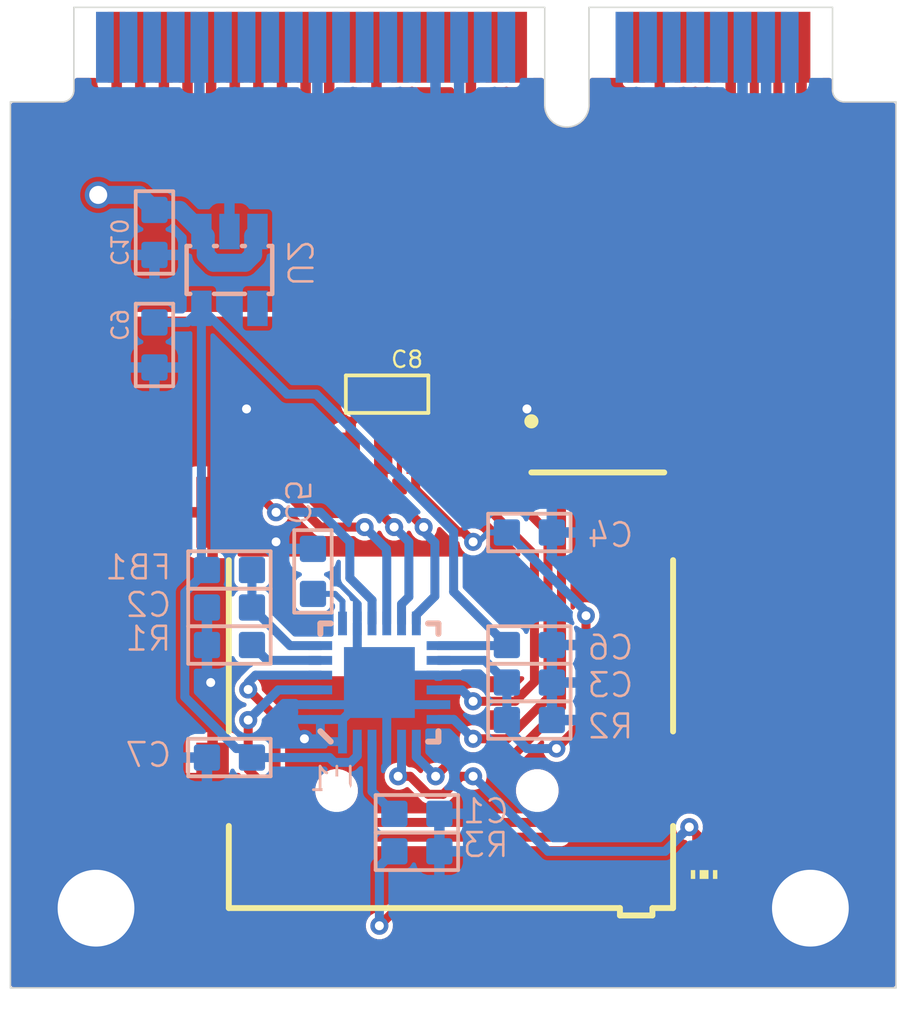
<source format=kicad_pcb>
(kicad_pcb (version 20241229) (generator "pcbnew") (generator_version "9.0")
  (layers (0 "F.Cu" signal) (2 "B.Cu" signal) (13 "F.Paste" user) (15 "B.Paste" user) (5 "F.SilkS" user "F.Silkscreen") (7 "B.SilkS" user "B.Silkscreen") (1 "F.Mask" user) (3 "B.Mask" user) (25 "Edge.Cuts" user))
  (net 0 "")
  (net 1 "Net-(U1-GPIO3)")
  (net 2 "USB_N")
  (net 3 "USB_P")
  (net 4 "GND")
  (net 5 "VDD33")
  (net 6 "Net-(U1-AVDD)")
  (net 7 "Net-(U1-~{RESET})")
  (net 8 "Net-(U$1A-COM_VDD@33)")
  (net 9 "Net-(D1-PadC)")
  (net 10 "Net-(U1-LED)")
  (net 11 "SD_VDD")
  (net 12 "SD_D2")
  (net 13 "SD_D3")
  (net 14 "SD_CMD")
  (net 15 "SD_CLK")
  (net 16 "SD_D0")
  (net 17 "SD_D1")
  (net 18 "Net-(U1-RREF)")
  (net 39 "SD_CD")
  (footprint "Footprints:GCT_MEM2075-00-140-01-A" (layer "F.Cu") (at 147.95 114.92)
    (property "Reference" "J1" (hide yes))
    (property "Value" "MEM2075-00-140-01-A")
    (fp_line (start -7.05 -2) (end -7.05 -7.8) (stroke (width 0.2)) (layer "F.SilkS"))
    (fp_line (start -7.05 3.98) (end -7.05 1.2) (stroke (width 0.2)) (layer "F.SilkS"))
    (fp_line (start -7.05 3.98) (end 6.2 3.98) (stroke (width 0.2)) (layer "F.SilkS"))
    (fp_line (start 3.2 -10.77) (end 7.7 -10.77) (stroke (width 0.2)) (layer "F.SilkS"))
    (fp_line (start 6.2 3.98) (end 6.2 4.23) (stroke (width 0.2)) (layer "F.SilkS"))
    (fp_line (start 6.2 4.23) (end 7.3 4.23) (stroke (width 0.2)) (layer "F.SilkS"))
    (fp_line (start 7.3 3.98) (end 8 3.98) (stroke (width 0.2)) (layer "F.SilkS"))
    (fp_line (start 7.3 4.23) (end 7.3 3.98) (stroke (width 0.2)) (layer "F.SilkS"))
    (fp_line (start 8 -2) (end 8 -7.8) (stroke (width 0.2)) (layer "F.SilkS"))
    (fp_line (start 8 3.98) (end 8 1.2) (stroke (width 0.2)) (layer "F.SilkS"))
    (fp_circle (center 3.2 -12.5) (end 3.32 -12.5) (stroke (width 0.24)) (fill no) (layer "F.SilkS"))
    (pad "" np_thru_hole circle (at -3.4 0) (size 0.95 0.95) (drill 0.95) (layers "*.Cu" "*.Mask"))
    (pad "" np_thru_hole circle (at 3.4 0) (size 0.95 0.95) (drill 0.95) (layers "*.Cu" "*.Mask"))
    (pad "P1" smd rect (at 2.58 -11.42) (size 0.62 1.4) (layers "F.Cu" "F.Mask" "F.Paste") (net 12 "SD_D2"))
    (pad "P2" smd rect (at 1.48 -11.42) (size 0.62 1.4) (layers "F.Cu" "F.Mask" "F.Paste") (net 13 "SD_D3"))
    (pad "P3" smd rect (at 0.38 -11.42) (size 0.62 1.4) (layers "F.Cu" "F.Mask" "F.Paste") (net 14 "SD_CMD"))
    (pad "P4" smd rect (at -0.72 -11.42) (size 0.62 1.4) (layers "F.Cu" "F.Mask" "F.Paste") (net 11 "SD_VDD"))
    (pad "P5" smd rect (at -1.82 -11.42) (size 0.62 1.4) (layers "F.Cu" "F.Mask" "F.Paste") (net 15 "SD_CLK"))
    (pad "P6" smd rect (at -2.92 -11.42) (size 0.62 1.4) (layers "F.Cu" "F.Mask" "F.Paste") (net 4 "GND"))
    (pad "P7" smd rect (at -4.02 -11.42) (size 0.62 1.4) (layers "F.Cu" "F.Mask" "F.Paste") (net 16 "SD_D0"))
    (pad "P8" smd rect (at -5.12 -11.42) (size 0.62 1.4) (layers "F.Cu" "F.Mask" "F.Paste") (net 17 "SD_D1"))
    (pad "P9" smd rect (at -6.22 -11.42) (size 0.62 1.4) (layers "F.Cu" "F.Mask" "F.Paste") (net 39 "SD_CD"))
    (pad "SH1" smd rect (at -7.6 -0.42) (size 1.1 2.4) (layers "F.Cu" "F.Mask" "F.Paste") (net 4 "GND"))
    (pad "SH2" smd rect (at -7.6 -9.42) (size 1.1 2.4) (layers "F.Cu" "F.Mask" "F.Paste") (net 4 "GND"))
    (pad "SH3" smd rect (at 8.55 -9.42) (size 1.1 2.4) (layers "F.Cu" "F.Mask" "F.Paste") (net 4 "GND"))
    (pad "SH4" smd rect (at 8.55 -0.42) (size 1.1 2.4) (layers "F.Cu" "F.Mask" "F.Paste") (net 4 "GND"))
    (zone (net 0) (net_name "") (layer "F.Cu") (connect_pads (clearance 0)) (min_thickness 0.01)
      (keepout (tracks not_allowed) (vias not_allowed) (pads not_allowed) (copperpour not_allowed) (footprints allowed))
      (fill (thermal_gap 0.508) (thermal_bridge_width 0.508))
      (polygon (pts (xy 140.9 107) (xy 151.1 107) (xy 151.1 111.05) (xy 140.9 111.05)))
    )
  )
  (footprint "Footprints:VITA-MINI-PCI-E" (layer "F.Cu") (at 152.3511 88.4036 180)
    (property "Reference" "U$1" (hide yes))
    (property "Value" "VITA-CUSTOM" (hide yes))
    (fp_line (start 18.85 -3.2) (end 18.85 -33.2) (stroke (width 0.05)) (layer "Edge.Cuts"))
    (fp_line (start 18.85 -3.2) (end 17.1 -3.2) (stroke (width 0.05)) (layer "Edge.Cuts"))
    (fp_line (start 16.7 0) (end 16.7 -2.8) (stroke (width 0.05)) (layer "Edge.Cuts"))
    (fp_line (start 0.75 0) (end 16.7 0) (stroke (width 0.05)) (layer "Edge.Cuts"))
    (fp_line (start 0.75 0) (end 0.75 -3.3) (stroke (width 0.05)) (layer "Edge.Cuts"))
    (fp_line (start -0.75 0) (end -0.75 -3.3) (stroke (width 0.05)) (layer "Edge.Cuts"))
    (fp_line (start -0.75 0) (end -9 0) (stroke (width 0.05)) (layer "Edge.Cuts"))
    (fp_line (start -9 0) (end -9 -2.8) (stroke (width 0.05)) (layer "Edge.Cuts"))
    (fp_line (start -11.15 -3.2) (end -9.4 -3.2) (stroke (width 0.05)) (layer "Edge.Cuts"))
    (fp_line (start -11.15 -3.2) (end -11.15 -33.2) (stroke (width 0.05)) (layer "Edge.Cuts"))
    (fp_line (start -11.15 -33.2) (end 18.85 -33.2) (stroke (width 0.05)) (layer "Edge.Cuts"))
    (fp_arc (start 16.7 -2.8) (mid 16.817157 -3.082843) (end 17.1 -3.2) (stroke (width 0.05)) (layer "Edge.Cuts"))
    (fp_arc (start -0.75 -3.3) (mid 0 -4.05) (end 0.75 -3.3) (stroke (width 0.05)) (layer "Edge.Cuts"))
    (fp_arc (start -9.4 -3.2) (mid -9.117157 -3.082843) (end -9 -2.8) (stroke (width 0.05)) (layer "Edge.Cuts"))
    (pad "1" smd rect (at -7.95 -1.35 180) (size 0.6 2.4) (layers "F.Cu" "F.Mask" "F.Paste") (net 4 "GND"))
    (pad "2" smd rect (at -7.55 -1.35) (size 0.6 2.4) (layers "B.Cu" "B.Mask" "B.Paste") (net 4 "GND"))
    (pad "3" smd rect (at -7.15 -1.35 180) (size 0.6 2.4) (layers "F.Cu" "F.Mask" "F.Paste") (net 2 "USB_N"))
    (pad "4" smd rect (at -6.75 -1.35) (size 0.6 2.4) (layers "B.Cu" "B.Mask" "B.Paste") (net 4 "GND"))
    (pad "5" smd rect (at -6.35 -1.35 180) (size 0.6 2.4) (layers "F.Cu" "F.Mask" "F.Paste") (net 3 "USB_P"))
    (pad "6" smd rect (at -5.95 -1.35) (size 0.6 2.4) (layers "B.Cu" "B.Mask" "B.Paste") (net 4 "GND"))
    (pad "7" smd rect (at -5.55 -1.35 180) (size 0.6 2.4) (layers "F.Cu" "F.Mask" "F.Paste") (net 4 "GND"))
    (pad "8" smd rect (at -5.15 -1.35) (size 0.6 2.4) (layers "B.Cu" "B.Mask" "B.Paste"))
    (pad "9" smd rect (at -4.75 -1.35 180) (size 0.6 2.4) (layers "F.Cu" "F.Mask" "F.Paste"))
    (pad "10" smd rect (at -4.35 -1.35) (size 0.6 2.4) (layers "B.Cu" "B.Mask" "B.Paste"))
    (pad "11" smd rect (at -3.95 -1.35 180) (size 0.6 2.4) (layers "F.Cu" "F.Mask" "F.Paste"))
    (pad "12" smd rect (at -3.55 -1.35) (size 0.6 2.4) (layers "B.Cu" "B.Mask" "B.Paste"))
    (pad "13" smd rect (at -3.15 -1.35 180) (size 0.6 2.4) (layers "F.Cu" "F.Mask" "F.Paste") (net 4 "GND"))
    (pad "14" smd rect (at -2.75 -1.35) (size 0.6 2.4) (layers "B.Cu" "B.Mask" "B.Paste"))
    (pad "15" smd rect (at -2.35 -1.35 180) (size 0.6 2.4) (layers "F.Cu" "F.Mask" "F.Paste"))
    (pad "16" smd rect (at -1.95 -1.35) (size 0.6 2.4) (layers "B.Cu" "B.Mask" "B.Paste"))
    (pad "17" smd rect (at 1.65 -1.35 180) (size 0.6 2.4) (layers "F.Cu" "F.Mask" "F.Paste"))
    (pad "18" smd rect (at 2.05 -1.35) (size 0.6 2.4) (layers "B.Cu" "B.Mask" "B.Paste"))
    (pad "19" smd rect (at 2.45 -1.35 180) (size 0.6 2.4) (layers "F.Cu" "F.Mask" "F.Paste"))
    (pad "20" smd rect (at 2.85 -1.35) (size 0.6 2.4) (layers "B.Cu" "B.Mask" "B.Paste"))
    (pad "21" smd rect (at 3.25 -1.35 180) (size 0.6 2.4) (layers "F.Cu" "F.Mask" "F.Paste") (net 4 "GND"))
    (pad "22" smd rect (at 3.65 -1.35) (size 0.6 2.4) (layers "B.Cu" "B.Mask" "B.Paste") (net 4 "GND"))
    (pad "23" smd rect (at 4.05 -1.35 180) (size 0.6 2.4) (layers "F.Cu" "F.Mask" "F.Paste"))
    (pad "24" smd rect (at 4.45 -1.35) (size 0.6 2.4) (layers "B.Cu" "B.Mask" "B.Paste") (net 4 "GND"))
    (pad "25" smd rect (at 4.85 -1.35 180) (size 0.6 2.4) (layers "F.Cu" "F.Mask" "F.Paste"))
    (pad "26" smd rect (at 5.25 -1.35) (size 0.6 2.4) (layers "B.Cu" "B.Mask" "B.Paste"))
    (pad "27" smd rect (at 5.65 -1.35 180) (size 0.6 2.4) (layers "F.Cu" "F.Mask" "F.Paste"))
    (pad "28" smd rect (at 6.05 -1.35) (size 0.6 2.4) (layers "B.Cu" "B.Mask" "B.Paste"))
    (pad "29" smd rect (at 6.45 -1.35 180) (size 0.6 2.4) (layers "F.Cu" "F.Mask" "F.Paste") (net 4 "GND"))
    (pad "30" smd rect (at 6.85 -1.35) (size 0.6 2.4) (layers "B.Cu" "B.Mask" "B.Paste"))
    (pad "31" smd rect (at 7.25 -1.35 180) (size 0.6 2.4) (layers "F.Cu" "F.Mask" "F.Paste"))
    (pad "32" smd rect (at 7.65 -1.35) (size 0.6 2.4) (layers "B.Cu" "B.Mask" "B.Paste"))
    (pad "33" smd rect (at 8.05 -1.35 180) (size 0.6 2.4) (layers "F.Cu" "F.Mask" "F.Paste") (net 8 "Net-(U$1A-COM_VDD@33)"))
    (pad "34" smd rect (at 8.45 -1.35) (size 0.6 2.4) (layers "B.Cu" "B.Mask" "B.Paste") (net 4 "GND"))
    (pad "35" smd rect (at 8.85 -1.35 180) (size 0.6 2.4) (layers "F.Cu" "F.Mask" "F.Paste") (net 8 "Net-(U$1A-COM_VDD@33)"))
    (pad "36" smd rect (at 9.25 -1.35) (size 0.6 2.4) (layers "B.Cu" "B.Mask" "B.Paste"))
    (pad "37" smd rect (at 9.65 -1.35 180) (size 0.6 2.4) (layers "F.Cu" "F.Mask" "F.Paste") (net 8 "Net-(U$1A-COM_VDD@33)"))
    (pad "38" smd rect (at 10.05 -1.35) (size 0.6 2.4) (layers "B.Cu" "B.Mask" "B.Paste"))
    (pad "39" smd rect (at 10.45 -1.35 180) (size 0.6 2.4) (layers "F.Cu" "F.Mask" "F.Paste") (net 8 "Net-(U$1A-COM_VDD@33)"))
    (pad "40" smd rect (at 10.85 -1.35) (size 0.6 2.4) (layers "B.Cu" "B.Mask" "B.Paste"))
    (pad "41" smd rect (at 11.25 -1.35 180) (size 0.6 2.4) (layers "F.Cu" "F.Mask" "F.Paste") (net 8 "Net-(U$1A-COM_VDD@33)"))
    (pad "42" smd rect (at 11.65 -1.35) (size 0.6 2.4) (layers "B.Cu" "B.Mask" "B.Paste"))
    (pad "43" smd rect (at 12.05 -1.35 180) (size 0.6 2.4) (layers "F.Cu" "F.Mask" "F.Paste") (net 8 "Net-(U$1A-COM_VDD@33)"))
    (pad "44" smd rect (at 12.45 -1.35) (size 0.6 2.4) (layers "B.Cu" "B.Mask" "B.Paste") (net 4 "GND"))
    (pad "45" smd rect (at 12.85 -1.35 180) (size 0.6 2.4) (layers "F.Cu" "F.Mask" "F.Paste") (net 8 "Net-(U$1A-COM_VDD@33)"))
    (pad "46" smd rect (at 13.25 -1.35) (size 0.6 2.4) (layers "B.Cu" "B.Mask" "B.Paste"))
    (pad "47" smd rect (at 13.65 -1.35 180) (size 0.6 2.4) (layers "F.Cu" "F.Mask" "F.Paste") (net 8 "Net-(U$1A-COM_VDD@33)"))
    (pad "48" smd rect (at 14.05 -1.35) (size 0.6 2.4) (layers "B.Cu" "B.Mask" "B.Paste"))
    (pad "49" smd rect (at 14.45 -1.35 180) (size 0.6 2.4) (layers "F.Cu" "F.Mask" "F.Paste") (net 8 "Net-(U$1A-COM_VDD@33)"))
    (pad "50" smd rect (at 14.85 -1.35) (size 0.6 2.4) (layers "B.Cu" "B.Mask" "B.Paste"))
    (pad "51" smd rect (at 15.25 -1.35 180) (size 0.6 2.4) (layers "F.Cu" "F.Mask" "F.Paste") (net 8 "Net-(U$1A-COM_VDD@33)"))
    (pad "52" smd rect (at 15.65 -1.35) (size 0.6 2.4) (layers "B.Cu" "B.Mask" "B.Paste"))
    (pad "GND@1" thru_hole rect (at -8.25 -30.5 180) (size 4.8 4.8) (drill 2.6) (layers "*.Cu" "*.Mask") (net 4 "GND"))
    (pad "GND@2" thru_hole rect (at 15.95 -30.5 180) (size 4.8 4.8) (drill 2.6) (layers "*.Cu" "*.Mask") (net 4 "GND"))
  )
  (footprint "Footprints:CHIP-LED0603_259" (layer "F.Cu") (at 157 117.6136 180)
    (property "Reference" "D1" (hide yes))
    (property "Value" "BLUE")
    (fp_poly (pts (xy 0.3 0) (xy 0.45 0) (xy 0.45 -0.3) (xy 0.3 -0.3)) (fill yes) (layer "F.SilkS"))
    (fp_poly (pts (xy -0.15 0) (xy 0.15 0) (xy 0.15 -0.3) (xy -0.15 -0.3)) (fill yes) (layer "F.SilkS"))
    (fp_poly (pts (xy -0.45 0) (xy -0.3 0) (xy -0.3 -0.3) (xy -0.45 -0.3)) (fill yes) (layer "F.SilkS"))
    (pad "A" smd rect (at 0 0.75 180) (size 0.8 0.8) (layers "F.Cu" "F.Mask" "F.Paste") (net 10 "Net-(U1-LED)"))
    (pad "C" smd rect (at 0 -0.75 180) (size 0.8 0.8) (layers "F.Cu" "F.Mask" "F.Paste") (net 9 "Net-(D1-PadC)"))
  )
  (footprint "Footprints:C0603_464" (layer "F.Cu") (at 146.262 101.5 -90)
    (property "Reference" "C8" (at -1.5 -1.27 0) (layer "F.SilkS") (effects (font (size 0.555879 0.555879) (thickness 0.079121)) (justify right top)))
    (property "Value" "0.1uF")
    (fp_line (start -0.635 1.397) (end -0.635 -1.397) (stroke (width 0.127)) (layer "F.SilkS"))
    (fp_line (start 0.635 1.397) (end -0.635 1.397) (stroke (width 0.127)) (layer "F.SilkS"))
    (fp_line (start -0.635 -1.397) (end 0.635 -1.397) (stroke (width 0.127)) (layer "F.SilkS"))
    (fp_line (start 0.635 -1.397) (end 0.635 1.397) (stroke (width 0.127)) (layer "F.SilkS"))
    (pad "1" smd roundrect (at 0 -0.762 180) (size 0.889 0.889) (layers "F.Cu" "F.Mask" "F.Paste") (roundrect_rratio 0.125) (net 11 "SD_VDD"))
    (pad "2" smd roundrect (at 0 0.762 180) (size 0.889 0.889) (layers "F.Cu" "F.Mask" "F.Paste") (roundrect_rratio 0.125) (net 4 "GND"))
  )
  (footprint "Footprints:C0603_464" (layer "B.Cu") (at 140.9211 113.8036 90)
    (property "Reference" "C7" (at -0.381 -1.905 0) (layer "B.SilkS") (effects (font (size 0.801967 0.801967) (thickness 0.087033)) (justify left bottom mirror)))
    (property "Value" "10uF")
    (fp_line (start 0.635 -1.397) (end -0.635 -1.397) (stroke (width 0.127)) (layer "B.SilkS"))
    (fp_line (start -0.635 -1.397) (end -0.635 1.397) (stroke (width 0.127)) (layer "B.SilkS"))
    (fp_line (start 0.635 1.397) (end 0.635 -1.397) (stroke (width 0.127)) (layer "B.SilkS"))
    (fp_line (start -0.635 1.397) (end 0.635 1.397) (stroke (width 0.127)) (layer "B.SilkS"))
    (pad "1" smd roundrect (at 0 0.762 180) (size 0.889 0.889) (layers "B.Cu" "B.Mask" "B.Paste") (roundrect_rratio 0.125) (net 5 "VDD33"))
    (pad "2" smd roundrect (at 0 -0.762 180) (size 0.889 0.889) (layers "B.Cu" "B.Mask" "B.Paste") (roundrect_rratio 0.125) (net 4 "GND"))
  )
  (footprint "Footprints:C0603_464" (layer "B.Cu") (at 138.3811 99.8336 180)
    (property "Reference" "C9" (at 0.8811 1.27 270) (layer "B.SilkS") (effects (font (size 0.555879 0.555879) (thickness 0.079121)) (justify right top mirror)))
    (property "Value" "1uF")
    (fp_line (start 0.635 1.397) (end 0.635 -1.397) (stroke (width 0.127)) (layer "B.SilkS"))
    (fp_line (start 0.635 -1.397) (end -0.635 -1.397) (stroke (width 0.127)) (layer "B.SilkS"))
    (fp_line (start -0.635 1.397) (end 0.635 1.397) (stroke (width 0.127)) (layer "B.SilkS"))
    (fp_line (start -0.635 -1.397) (end -0.635 1.397) (stroke (width 0.127)) (layer "B.SilkS"))
    (pad "1" smd roundrect (at 0 0.762 270) (size 0.889 0.889) (layers "B.Cu" "B.Mask" "B.Paste") (roundrect_rratio 0.125) (net 5 "VDD33"))
    (pad "2" smd roundrect (at 0 -0.762 270) (size 0.889 0.889) (layers "B.Cu" "B.Mask" "B.Paste") (roundrect_rratio 0.125) (net 4 "GND"))
  )
  (footprint "Footprints:R0603_474" (layer "B.Cu") (at 147.2711 116.9786 -90)
    (property "Reference" "R3" (at 0.254 -3.175 0) (layer "B.SilkS") (effects (font (size 0.801967 0.801967) (thickness 0.087033)) (justify left bottom mirror)))
    (property "Value" "1K")
    (fp_line (start -0.635 1.397) (end 0.635 1.397) (stroke (width 0.127)) (layer "B.SilkS"))
    (fp_line (start 0.635 1.397) (end 0.635 -1.397) (stroke (width 0.127)) (layer "B.SilkS"))
    (fp_line (start -0.635 -1.397) (end -0.635 1.397) (stroke (width 0.127)) (layer "B.SilkS"))
    (fp_line (start 0.635 -1.397) (end -0.635 -1.397) (stroke (width 0.127)) (layer "B.SilkS"))
    (pad "1" smd roundrect (at 0 0.762) (size 0.889 0.889) (layers "B.Cu" "B.Mask" "B.Paste") (roundrect_rratio 0.125) (net 9 "Net-(D1-PadC)"))
    (pad "2" smd roundrect (at 0 -0.762) (size 0.889 0.889) (layers "B.Cu" "B.Mask" "B.Paste") (roundrect_rratio 0.125) (net 4 "GND"))
  )
  (footprint "Footprints:SOT-23-5_470" (layer "B.Cu") (at 140.9211 97.2936)
    (property "Reference" "U2" (at 1.905 0.635 270) (layer "B.SilkS") (effects (font (size 0.801967 0.801967) (thickness 0.087033)) (justify left bottom mirror)))
    (property "Value" "3.3V")
    (fp_line (start -1.45 -0.8104) (end -1.45 0.8104) (stroke (width 0.1524)) (layer "B.SilkS"))
    (fp_line (start -1.45 0.8104) (end -1.3276 0.8104) (stroke (width 0.1524)) (layer "B.SilkS"))
    (fp_line (start -1.3276 -0.8104) (end -1.45 -0.8104) (stroke (width 0.1524)) (layer "B.SilkS"))
    (fp_line (start -0.5224 0.8104) (end 0.5224 0.8104) (stroke (width 0.1524)) (layer "B.SilkS"))
    (fp_line (start -0.4276 -0.8104) (end -0.5224 -0.8104) (stroke (width 0.1524)) (layer "B.SilkS"))
    (fp_line (start 0.5224 -0.8104) (end 0.4276 -0.8104) (stroke (width 0.1524)) (layer "B.SilkS"))
    (fp_line (start 1.3276 0.8104) (end 1.45 0.8104) (stroke (width 0.1524)) (layer "B.SilkS"))
    (fp_line (start 1.45 -0.8104) (end 1.3276 -0.8104) (stroke (width 0.1524)) (layer "B.SilkS"))
    (fp_line (start 1.45 0.8104) (end 1.45 -0.8104) (stroke (width 0.1524)) (layer "B.SilkS"))
    (pad "1" smd rect (at -0.95 -1.3001) (size 0.69 1.2) (layers "B.Cu" "B.Mask" "B.Paste") (net 8 "Net-(U$1A-COM_VDD@33)"))
    (pad "2" smd rect (at 0 -1.3001) (size 0.69 1.2) (layers "B.Cu" "B.Mask" "B.Paste") (net 4 "GND"))
    (pad "3" smd rect (at 0.95 -1.3001) (size 0.69 1.2) (layers "B.Cu" "B.Mask" "B.Paste") (net 8 "Net-(U$1A-COM_VDD@33)"))
    (pad "4" smd rect (at 0.95 1.3001) (size 0.69 1.2) (layers "B.Cu" "B.Mask" "B.Paste"))
    (pad "5" smd rect (at -0.95 1.3001) (size 0.69 1.2) (layers "B.Cu" "B.Mask" "B.Paste") (net 5 "VDD33"))
  )
  (footprint "Footprints:R0603_474" (layer "B.Cu") (at 151.0811 112.5336 -90)
    (property "Reference" "R2" (at -0.254 -1.905 0) (layer "B.SilkS") (effects (font (size 0.801967 0.801967) (thickness 0.087033)) (justify right top mirror)))
    (property "Value" "20K")
    (fp_line (start -0.635 1.397) (end 0.635 1.397) (stroke (width 0.127)) (layer "B.SilkS"))
    (fp_line (start 0.635 1.397) (end 0.635 -1.397) (stroke (width 0.127)) (layer "B.SilkS"))
    (fp_line (start -0.635 -1.397) (end -0.635 1.397) (stroke (width 0.127)) (layer "B.SilkS"))
    (fp_line (start 0.635 -1.397) (end -0.635 -1.397) (stroke (width 0.127)) (layer "B.SilkS"))
    (pad "1" smd roundrect (at 0 0.762) (size 0.889 0.889) (layers "B.Cu" "B.Mask" "B.Paste") (roundrect_rratio 0.125) (net 11 "SD_VDD"))
    (pad "2" smd roundrect (at 0 -0.762) (size 0.889 0.889) (layers "B.Cu" "B.Mask" "B.Paste") (roundrect_rratio 0.125) (net 4 "GND"))
  )
  (footprint "Footprints:C0603_464" (layer "B.Cu") (at 143.75 107.5)
    (property "Reference" "C5" (at -1 -1.5 270) (layer "B.SilkS") (effects (font (size 0.801967 0.801967) (thickness 0.087033)) (justify left bottom mirror)))
    (property "Value" "0.1uF")
    (fp_line (start -0.635 -1.397) (end -0.635 1.397) (stroke (width 0.127)) (layer "B.SilkS"))
    (fp_line (start -0.635 1.397) (end 0.635 1.397) (stroke (width 0.127)) (layer "B.SilkS"))
    (fp_line (start 0.635 -1.397) (end -0.635 -1.397) (stroke (width 0.127)) (layer "B.SilkS"))
    (fp_line (start 0.635 1.397) (end 0.635 -1.397) (stroke (width 0.127)) (layer "B.SilkS"))
    (pad "1" smd roundrect (at 0 0.762 90) (size 0.889 0.889) (layers "B.Cu" "B.Mask" "B.Paste") (roundrect_rratio 0.125) (net 7 "Net-(U1-~{RESET})"))
    (pad "2" smd roundrect (at 0 -0.762 90) (size 0.889 0.889) (layers "B.Cu" "B.Mask" "B.Paste") (roundrect_rratio 0.125) (net 4 "GND"))
  )
  (footprint "Footprints:C0603_464" (layer "B.Cu") (at 138.3811 96.0236 180)
    (property "Reference" "C10" (at 0.8811 0.5236 270) (layer "B.SilkS") (effects (font (size 0.555879 0.555879) (thickness 0.079121)) (justify right top mirror)))
    (property "Value" "1uF")
    (fp_line (start 0.635 1.397) (end 0.635 -1.397) (stroke (width 0.127)) (layer "B.SilkS"))
    (fp_line (start 0.635 -1.397) (end -0.635 -1.397) (stroke (width 0.127)) (layer "B.SilkS"))
    (fp_line (start -0.635 1.397) (end 0.635 1.397) (stroke (width 0.127)) (layer "B.SilkS"))
    (fp_line (start -0.635 -1.397) (end -0.635 1.397) (stroke (width 0.127)) (layer "B.SilkS"))
    (pad "1" smd roundrect (at 0 0.762 270) (size 0.889 0.889) (layers "B.Cu" "B.Mask" "B.Paste") (roundrect_rratio 0.125) (net 8 "Net-(U$1A-COM_VDD@33)"))
    (pad "2" smd roundrect (at 0 -0.762 270) (size 0.889 0.889) (layers "B.Cu" "B.Mask" "B.Paste") (roundrect_rratio 0.125) (net 4 "GND"))
  )
  (footprint "Footprints:R0603_474" (layer "B.Cu") (at 140.9211 109.9936 90)
    (property "Reference" "R1" (at -0.254 -1.905 0) (layer "B.SilkS") (effects (font (size 0.801967 0.801967) (thickness 0.087033)) (justify left bottom mirror)))
    (property "Value" "680")
    (fp_line (start 0.635 -1.397) (end -0.635 -1.397) (stroke (width 0.127)) (layer "B.SilkS"))
    (fp_line (start -0.635 -1.397) (end -0.635 1.397) (stroke (width 0.127)) (layer "B.SilkS"))
    (fp_line (start 0.635 1.397) (end 0.635 -1.397) (stroke (width 0.127)) (layer "B.SilkS"))
    (fp_line (start -0.635 1.397) (end 0.635 1.397) (stroke (width 0.127)) (layer "B.SilkS"))
    (pad "1" smd roundrect (at 0 0.762 180) (size 0.889 0.889) (layers "B.Cu" "B.Mask" "B.Paste") (roundrect_rratio 0.125) (net 18 "Net-(U1-RREF)"))
    (pad "2" smd roundrect (at 0 -0.762 180) (size 0.889 0.889) (layers "B.Cu" "B.Mask" "B.Paste") (roundrect_rratio 0.125) (net 4 "GND"))
  )
  (footprint "Footprints:L0603_471" (layer "B.Cu") (at 140.9211 107.4536)
    (property "Reference" "FB1" (at -1.905 0.381 0) (layer "B.SilkS") (effects (font (size 0.801967 0.801967) (thickness 0.087033)) (justify left bottom mirror)))
    (property "Value" "SMD-FERRITE-BEAD-2500R-50MA(0603)")
    (fp_line (start -1.397 -0.635) (end -1.397 0.635) (stroke (width 0.127)) (layer "B.SilkS"))
    (fp_line (start -1.397 0.635) (end 1.397 0.635) (stroke (width 0.127)) (layer "B.SilkS"))
    (fp_line (start 1.397 -0.635) (end -1.397 -0.635) (stroke (width 0.127)) (layer "B.SilkS"))
    (fp_line (start 1.397 0.635) (end 1.397 -0.635) (stroke (width 0.127)) (layer "B.SilkS"))
    (pad "1" smd roundrect (at -0.762 0) (size 0.889 0.889) (layers "B.Cu" "B.Mask" "B.Paste") (roundrect_rratio 0.125) (net 5 "VDD33"))
    (pad "2" smd roundrect (at 0.762 0) (size 0.889 0.889) (layers "B.Cu" "B.Mask" "B.Paste") (roundrect_rratio 0.125) (net 6 "Net-(U1-AVDD)"))
  )
  (footprint "Footprints:QFN-24" (layer "B.Cu") (at 146.0011 111.2636)
    (property "Reference" "U1" (at -2.45 2.8 0) (layer "B.SilkS") (effects (font (size 0.795528 0.795528) (thickness 0.093472)) (justify right top mirror)))
    (property "Value" "GL823(A)OG")
    (fp_line (start -2 -2) (end -2 -1.65) (stroke (width 0.2032)) (layer "B.SilkS"))
    (fp_line (start -1.65 -2) (end -2 -2) (stroke (width 0.2032)) (layer "B.SilkS"))
    (fp_line (start -1.65 2) (end -2 1.65) (stroke (width 0.2032)) (layer "B.SilkS"))
    (fp_line (start 1.65 -2) (end 2 -2) (stroke (width 0.2032)) (layer "B.SilkS"))
    (fp_line (start 2 -1.65) (end 2 -2) (stroke (width 0.2032)) (layer "B.SilkS"))
    (fp_line (start 2 1.65) (end 2 2) (stroke (width 0.2032)) (layer "B.SilkS"))
    (fp_line (start 2 2) (end 1.65 2) (stroke (width 0.2032)) (layer "B.SilkS"))
    (pad "1" smd rect (at -2 1.25 180) (size 0.8 0.3) (layers "B.Cu" "B.Mask" "B.Paste") (net 4 "GND"))
    (pad "2" smd rect (at -2 0.75 180) (size 0.8 0.3) (layers "B.Cu" "B.Mask" "B.Paste") (net 4 "GND"))
    (pad "3" smd rect (at -2 0.25 180) (size 0.8 0.3) (layers "B.Cu" "B.Mask" "B.Paste") (net 2 "USB_N"))
    (pad "4" smd rect (at -2 -0.25 180) (size 0.8 0.3) (layers "B.Cu" "B.Mask" "B.Paste") (net 3 "USB_P"))
    (pad "5" smd rect (at -2 -0.75 180) (size 0.8 0.3) (layers "B.Cu" "B.Mask" "B.Paste") (net 18 "Net-(U1-RREF)"))
    (pad "6" smd rect (at -2 -1.25 180) (size 0.8 0.3) (layers "B.Cu" "B.Mask" "B.Paste") (net 6 "Net-(U1-AVDD)"))
    (pad "7" smd rect (at -1.25 -2 270) (size 0.8 0.3) (layers "B.Cu" "B.Mask" "B.Paste") (net 7 "Net-(U1-~{RESET})"))
    (pad "8" smd rect (at -0.75 -2 270) (size 0.8 0.3) (layers "B.Cu" "B.Mask" "B.Paste") (net 4 "GND"))
    (pad "9" smd rect (at -0.25 -2 270) (size 0.8 0.3) (layers "B.Cu" "B.Mask" "B.Paste") (net 39 "SD_CD"))
    (pad "10" smd rect (at 0.25 -2 270) (size 0.8 0.3) (layers "B.Cu" "B.Mask" "B.Paste") (net 17 "SD_D1"))
    (pad "11" smd rect (at 0.75 -2 270) (size 0.8 0.3) (layers "B.Cu" "B.Mask" "B.Paste") (net 16 "SD_D0"))
    (pad "12" smd rect (at 1.25 -2 270) (size 0.8 0.3) (layers "B.Cu" "B.Mask" "B.Paste") (net 15 "SD_CLK"))
    (pad "13" smd rect (at 2 -1.25) (size 0.8 0.3) (layers "B.Cu" "B.Mask" "B.Paste") (net 5 "VDD33"))
    (pad "14" smd rect (at 2 -0.75) (size 0.8 0.3) (layers "B.Cu" "B.Mask" "B.Paste") (net 11 "SD_VDD"))
    (pad "15" smd rect (at 2 -0.25) (size 0.8 0.3) (layers "B.Cu" "B.Mask" "B.Paste") (net 4 "GND"))
    (pad "16" smd rect (at 2 0.25) (size 0.8 0.3) (layers "B.Cu" "B.Mask" "B.Paste") (net 14 "SD_CMD"))
    (pad "17" smd rect (at 2 0.75) (size 0.8 0.3) (layers "B.Cu" "B.Mask" "B.Paste") (net 4 "GND"))
    (pad "18" smd rect (at 2 1.25) (size 0.8 0.3) (layers "B.Cu" "B.Mask" "B.Paste") (net 13 "SD_D3"))
    (pad "19" smd rect (at 1.25 2 90) (size 0.8 0.3) (layers "B.Cu" "B.Mask" "B.Paste") (net 12 "SD_D2"))
    (pad "20" smd rect (at 0.75 2 90) (size 0.8 0.3) (layers "B.Cu" "B.Mask" "B.Paste") (net 10 "Net-(U1-LED)"))
    (pad "21" smd rect (at 0.25 2 90) (size 0.8 0.3) (layers "B.Cu" "B.Mask" "B.Paste") (net 4 "GND"))
    (pad "22" smd rect (at -0.25 2 90) (size 0.8 0.3) (layers "B.Cu" "B.Mask" "B.Paste") (net 1 "Net-(U1-GPIO3)"))
    (pad "23" smd rect (at -0.75 2 90) (size 0.8 0.3) (layers "B.Cu" "B.Mask" "B.Paste") (net 5 "VDD33"))
    (pad "24" smd rect (at -1.25 2 90) (size 0.8 0.3) (layers "B.Cu" "B.Mask" "B.Paste") (net 4 "GND"))
    (pad "25" smd rect (at 0 0) (size 2.4 2.4) (layers "B.Cu" "B.Mask" "B.Paste") (net 4 "GND"))
  )
  (footprint "Footprints:C0603_464" (layer "B.Cu") (at 151.0811 106.1836 -90)
    (property "Reference" "C4" (at -0.381 -1.905 0) (layer "B.SilkS") (effects (font (size 0.801967 0.801967) (thickness 0.087033)) (justify right top mirror)))
    (property "Value" "10uF")
    (fp_line (start -0.635 1.397) (end 0.635 1.397) (stroke (width 0.127)) (layer "B.SilkS"))
    (fp_line (start 0.635 1.397) (end 0.635 -1.397) (stroke (width 0.127)) (layer "B.SilkS"))
    (fp_line (start -0.635 -1.397) (end -0.635 1.397) (stroke (width 0.127)) (layer "B.SilkS"))
    (fp_line (start 0.635 -1.397) (end -0.635 -1.397) (stroke (width 0.127)) (layer "B.SilkS"))
    (pad "1" smd roundrect (at 0 0.762) (size 0.889 0.889) (layers "B.Cu" "B.Mask" "B.Paste") (roundrect_rratio 0.125) (net 11 "SD_VDD"))
    (pad "2" smd roundrect (at 0 -0.762) (size 0.889 0.889) (layers "B.Cu" "B.Mask" "B.Paste") (roundrect_rratio 0.125) (net 4 "GND"))
  )
  (footprint "Footprints:C0603_464" (layer "B.Cu") (at 151.0811 111.2636 -90)
    (property "Reference" "C3" (at -0.381 -1.905 0) (layer "B.SilkS") (effects (font (size 0.801967 0.801967) (thickness 0.087033)) (justify right top mirror)))
    (property "Value" "0.1uF")
    (fp_line (start -0.635 1.397) (end 0.635 1.397) (stroke (width 0.127)) (layer "B.SilkS"))
    (fp_line (start 0.635 1.397) (end 0.635 -1.397) (stroke (width 0.127)) (layer "B.SilkS"))
    (fp_line (start -0.635 -1.397) (end -0.635 1.397) (stroke (width 0.127)) (layer "B.SilkS"))
    (fp_line (start 0.635 -1.397) (end -0.635 -1.397) (stroke (width 0.127)) (layer "B.SilkS"))
    (pad "1" smd roundrect (at 0 0.762) (size 0.889 0.889) (layers "B.Cu" "B.Mask" "B.Paste") (roundrect_rratio 0.125) (net 11 "SD_VDD"))
    (pad "2" smd roundrect (at 0 -0.762) (size 0.889 0.889) (layers "B.Cu" "B.Mask" "B.Paste") (roundrect_rratio 0.125) (net 4 "GND"))
  )
  (footprint "Footprints:C0603_464" (layer "B.Cu") (at 151.0811 109.9936 -90)
    (property "Reference" "C6" (at -0.381 -1.905 0) (layer "B.SilkS") (effects (font (size 0.801967 0.801967) (thickness 0.087033)) (justify right top mirror)))
    (property "Value" "0.1uF")
    (fp_line (start -0.635 1.397) (end 0.635 1.397) (stroke (width 0.127)) (layer "B.SilkS"))
    (fp_line (start 0.635 1.397) (end 0.635 -1.397) (stroke (width 0.127)) (layer "B.SilkS"))
    (fp_line (start -0.635 -1.397) (end -0.635 1.397) (stroke (width 0.127)) (layer "B.SilkS"))
    (fp_line (start 0.635 -1.397) (end -0.635 -1.397) (stroke (width 0.127)) (layer "B.SilkS"))
    (pad "1" smd roundrect (at 0 0.762) (size 0.889 0.889) (layers "B.Cu" "B.Mask" "B.Paste") (roundrect_rratio 0.125) (net 5 "VDD33"))
    (pad "2" smd roundrect (at 0 -0.762) (size 0.889 0.889) (layers "B.Cu" "B.Mask" "B.Paste") (roundrect_rratio 0.125) (net 4 "GND"))
  )
  (footprint "Footprints:C0603_464" (layer "B.Cu") (at 140.9211 108.7236 90)
    (property "Reference" "C2" (at -0.381 -1.905 0) (layer "B.SilkS") (effects (font (size 0.801967 0.801967) (thickness 0.087033)) (justify left bottom mirror)))
    (property "Value" "0.1uF")
    (fp_line (start 0.635 -1.397) (end -0.635 -1.397) (stroke (width 0.127)) (layer "B.SilkS"))
    (fp_line (start -0.635 -1.397) (end -0.635 1.397) (stroke (width 0.127)) (layer "B.SilkS"))
    (fp_line (start 0.635 1.397) (end 0.635 -1.397) (stroke (width 0.127)) (layer "B.SilkS"))
    (fp_line (start -0.635 1.397) (end 0.635 1.397) (stroke (width 0.127)) (layer "B.SilkS"))
    (pad "1" smd roundrect (at 0 0.762 180) (size 0.889 0.889) (layers "B.Cu" "B.Mask" "B.Paste") (roundrect_rratio 0.125) (net 6 "Net-(U1-AVDD)"))
    (pad "2" smd roundrect (at 0 -0.762 180) (size 0.889 0.889) (layers "B.Cu" "B.Mask" "B.Paste") (roundrect_rratio 0.125) (net 4 "GND"))
  )
  (footprint "Footprints:C0603_464" (layer "B.Cu") (at 147.2711 115.7086 -90)
    (property "Reference" "C1" (at 0.381 -3.175 0) (layer "B.SilkS") (effects (font (size 0.801967 0.801967) (thickness 0.087033)) (justify left bottom mirror)))
    (property "Value" "0.1uF")
    (fp_line (start -0.635 1.397) (end 0.635 1.397) (stroke (width 0.127)) (layer "B.SilkS"))
    (fp_line (start 0.635 1.397) (end 0.635 -1.397) (stroke (width 0.127)) (layer "B.SilkS"))
    (fp_line (start -0.635 -1.397) (end -0.635 1.397) (stroke (width 0.127)) (layer "B.SilkS"))
    (fp_line (start 0.635 -1.397) (end -0.635 -1.397) (stroke (width 0.127)) (layer "B.SilkS"))
    (pad "1" smd roundrect (at 0 0.762) (size 0.889 0.889) (layers "B.Cu" "B.Mask" "B.Paste") (roundrect_rratio 0.125) (net 1 "Net-(U1-GPIO3)"))
    (pad "2" smd roundrect (at 0 -0.762) (size 0.889 0.889) (layers "B.Cu" "B.Mask" "B.Paste") (roundrect_rratio 0.125) (net 4 "GND"))
  )
  (segment (start 145.7511 113.2636) (end 145.7511 114.9506) (width 0.3048) (layer "B.Cu") (net 1))
  (segment (start 145.7511 114.9506) (end 146.5091 115.7086) (width 0.3048) (layer "B.Cu") (net 1))
  (segment (start 141.5561 114.204092) (end 143.852008 116.5) (width 0.3048) (layer "F.Cu") (net 2))
  (segment (start 152.147992 116.5) (end 159.1593 109.488692) (width 0.3048) (layer "F.Cu") (net 2))
  (segment (start 159.1593 102.274613) (end 159.5011 101.932813) (width 0.3048) (layer "F.Cu") (net 2))
  (segment (start 141.5561 112.5336) (end 141.5561 114.204092) (width 0.3048) (layer "F.Cu") (net 2))
  (segment (start 159.5011 101.932813) (end 159.5011 89.7536) (width 0.3048) (layer "F.Cu") (net 2))
  (segment (start 159.1593 109.488692) (end 159.1593 102.274613) (width 0.3048) (layer "F.Cu") (net 2))
  (segment (start 143.852008 116.5) (end 152.147992 116.5) (width 0.3048) (layer "F.Cu") (net 2))
  (via (at 141.5561 112.5336) (size 0.6096) (drill 0.3048) (layers "F.Cu" "B.Cu") (net 2))
  (segment (start 144.0011 111.5136) (end 142.5761 111.5136) (width 0.3048) (layer "B.Cu") (net 2))
  (segment (start 142.5761 111.5136) (end 141.5561 112.5336) (width 0.3048) (layer "B.Cu") (net 2))
  (segment (start 142.5 112.4439) (end 142.5 114.5) (width 0.3048) (layer "F.Cu") (net 3))
  (segment (start 158.7011 109.2989) (end 158.7011 89.7536) (width 0.3048) (layer "F.Cu") (net 3))
  (segment (start 152 116) (end 158.7011 109.2989) (width 0.3048) (layer "F.Cu") (net 3))
  (segment (start 142.5 114.5) (end 144 116) (width 0.3048) (layer "F.Cu") (net 3))
  (segment (start 141.5561 111.5) (end 142.5 112.4439) (width 0.3048) (layer "F.Cu") (net 3))
  (segment (start 144 116) (end 152 116) (width 0.3048) (layer "F.Cu") (net 3))
  (via (at 141.5561 111.5) (size 0.6096) (drill 0.3048) (layers "F.Cu" "B.Cu") (net 3))
  (segment (start 144.0011 111.0136) (end 141.8061 111.0136) (width 0.3048) (layer "B.Cu") (net 3))
  (segment (start 141.8061 111.0136) (end 141.5561 111.2636) (width 0.3048) (layer "B.Cu") (net 3))
  (segment (start 145.03 102.53) (end 145.03 103.5) (width 0.3048) (layer "F.Cu") (net 4))
  (segment (start 157.9011 91.7436) (end 157.4311 92.2136) (width 0.3048) (layer "F.Cu") (net 4))
  (segment (start 145 102.5) (end 145.03 102.53) (width 0.3048) (layer "F.Cu") (net 4))
  (segment (start 160.3011 91.2736) (end 161.2411 92.2136) (width 0.3048) (layer "F.Cu") (net 4))
  (segment (start 160.3011 89.7536) (end 160.3011 91.2736) (width 0.3048) (layer "F.Cu") (net 4))
  (segment (start 145.5 102) (end 145 102.5) (width 0.3048) (layer "F.Cu") (net 4))
  (segment (start 157.9011 89.7536) (end 157.9011 91.7436) (width 0.3048) (layer "F.Cu") (net 4))
  (segment (start 145.5 101.5) (end 145.5 102) (width 0.3048) (layer "F.Cu") (net 4))
  (via (at 143.4611 113.1686) (size 0.6096) (drill 0.3048) (layers "F.Cu" "B.Cu") (net 4))
  (via (at 142.5 106.5) (size 0.6) (drill 0.3) (layers "F.Cu" "B.Cu") (net 4))
  (via (at 140.2861 111.2636) (size 0.6096) (drill 0.3048) (layers "F.Cu" "B.Cu") (net 4))
  (via (at 141.5 102) (size 0.6096) (drill 0.3048) (layers "F.Cu" "B.Cu") (net 4))
  (via (at 151 102) (size 0.6096) (drill 0.3048) (layers "F.Cu" "B.Cu") (net 4))
  (segment (start 144.7511 112.5136) (end 146.0011 111.2636) (width 0.3048) (layer "B.Cu") (net 4))
  (segment (start 151.8431 109.9936) (end 151.7161 109.9936) (width 0.3048) (layer "B.Cu") (net 4))
  (segment (start 146.0011 111.2636) (end 145.2511 110.5136) (width 0.3048) (layer "B.Cu") (net 4))
  (segment (start 144.0011 112.0136) (end 145.2511 112.0136) (width 0.3048) (layer "B.Cu") (net 4))
  (segment (start 144.7511 113.2636) (end 144.7511 112.5136) (width 0.3048) (layer "B.Cu") (net 4))
  (segment (start 145.2511 109.2636) (end 145.2511 110.5136) (width 0.3048) (layer "B.Cu") (net 4))
  (segment (start 148.0011 111.0136) (end 146.2511 111.0136) (width 0.3048) (layer "B.Cu") (net 4))
  (segment (start 146.6361 111.8986) (end 146.7511 112.0136) (width 0.3048) (layer "B.Cu") (net 4))
  (segment (start 146.2511 113.2636) (end 146.2511 112.2836) (width 0.3048) (layer "B.Cu") (net 4))
  (segment (start 146.2511 112.2836) (end 146.6361 111.8986) (width 0.3048) (layer "B.Cu") (net 4))
  (segment (start 146.2511 111.0136) (end 146.0011 111.2636) (width 0.3048) (layer "B.Cu") (net 4))
  (segment (start 145.2511 112.0136) (end 146.0011 111.2636) (width 0.3048) (layer "B.Cu") (net 4))
  (segment (start 146.6361 111.8986) (end 146.0011 111.2636) (width 0.3048) (layer "B.Cu") (net 4))
  (segment (start 148.0011 112.0136) (end 146.7511 112.0136) (width 0.3048) (layer "B.Cu") (net 4))
  (segment (start 144.47485 113.9684) (end 144.31005 113.8036) (width 0.3048) (layer "B.Cu") (net 5))
  (segment (start 143.863519 101.5) (end 142.8774 101.5) (width 0.3048) (layer "B.Cu") (net 5))
  (segment (start 140.1591 107.468644) (end 139.4098 108.217944) (width 0.3048) (layer "B.Cu") (net 5))
  (segment (start 141.6831 113.8036) (end 144.31005 113.8036) (width 0.3048) (layer "B.Cu") (net 5))
  (segment (start 141.3783 113.4988) (end 141.6831 113.8036) (width 0.3048) (layer "B.Cu") (net 5))
  (segment (start 139.4932 99.0716) (end 139.9711 98.5937) (width 0.3048) (layer "B.Cu") (net 5))
  (segment (start 140.1591 107.4536) (end 140.1591 107.468644) (width 0.3048) (layer "B.Cu") (net 5))
  (segment (start 139.9711 98.5937) (end 139.9711 104.5) (width 0.3048) (layer "B.Cu") (net 5))
  (segment (start 142.8774 101.5) (end 139.9711 98.5937) (width 0.3048) (layer "B.Cu") (net 5))
  (segment (start 145.02735 113.9684) (end 144.47485 113.9684) (width 0.3048) (layer "B.Cu") (net 5))
  (segment (start 139.9711 104.5) (end 139.9711 107.2656) (width 0.3048) (layer "B.Cu") (net 5))
  (segment (start 139.9711 107.2656) (end 140.1591 107.4536) (width 0.3048) (layer "B.Cu") (net 5))
  (segment (start 141.1563 113.4988) (end 141.3783 113.4988) (width 0.3048) (layer "B.Cu") (net 5))
  (segment (start 138.3811 99.0716) (end 139.4932 99.0716) (width 0.3048) (layer "B.Cu") (net 5))
  (segment (start 150.3191 109.9936) (end 148.5157 108.1902) (width 0.3048) (layer "B.Cu") (net 5))
  (segment (start 139.4098 111.7523) (end 141.1563 113.4988) (width 0.3048) (layer "B.Cu") (net 5))
  (segment (start 148.0011 110.0136) (end 150.2991 110.0136) (width 0.3048) (layer "B.Cu") (net 5))
  (segment (start 150.2991 110.0136) (end 150.3191 109.9936) (width 0.3048) (layer "B.Cu") (net 5))
  (segment (start 145.2511 113.2636) (end 145.2511 113.74465) (width 0.3048) (layer "B.Cu") (net 5))
  (segment (start 145.2511 113.74465) (end 145.02735 113.9684) (width 0.3048) (layer "B.Cu") (net 5))
  (segment (start 148.5157 106.152181) (end 143.863519 101.5) (width 0.3048) (layer "B.Cu") (net 5))
  (segment (start 148.5157 108.1902) (end 148.5157 106.152181) (width 0.3048) (layer "B.Cu") (net 5))
  (segment (start 139.4098 108.217944) (end 139.4098 111.7523) (width 0.3048) (layer "B.Cu") (net 5))
  (segment (start 144.0011 110.0136) (end 142.9731 110.0136) (width 0.3048) (layer "B.Cu") (net 6))
  (segment (start 141.6831 108.7236) (end 141.6831 107.4536) (width 0.3048) (layer "B.Cu") (net 6))
  (segment (start 142.9731 110.0136) (end 141.6831 108.7236) (width 0.3048) (layer "B.Cu") (net 6))
  (segment (start 144.5 108.262) (end 143.75 108.262) (width 0.2) (layer "B.Cu") (net 7))
  (segment (start 144.7511 109.2636) (end 144.7511 108.5131) (width 0.2) (layer "B.Cu") (net 7))
  (segment (start 144.7511 108.5131) (end 144.5 108.262) (width 0.2) (layer "B.Cu") (net 7))
  (via (at 136.4761 94.7536) (size 0.9144) (drill 0.6096) (layers "F.Cu" "B.Cu") (net 8))
  (segment (start 139.9711 95.9935) (end 140.1189 96.1413) (width 0.6096) (layer "B.Cu") (net 8))
  (segment (start 138.3811 95.2616) (end 139.2392 95.2616) (width 0.6096) (layer "B.Cu") (net 8))
  (segment (start 141.455481 97.0507) (end 141.7233 96.782882) (width 0.6096) (layer "B.Cu") (net 8))
  (segment (start 136.4761 94.7536) (end 137.8731 94.7536) (width 0.6096) (layer "B.Cu") (net 8))
  (segment (start 140.386718 97.0507) (end 141.455481 97.0507) (width 0.6096) (layer "B.Cu") (net 8))
  (segment (start 139.2392 95.2616) (end 139.9711 95.9935) (width 0.6096) (layer "B.Cu") (net 8))
  (segment (start 137.8731 94.7536) (end 138.3811 95.2616) (width 0.6096) (layer "B.Cu") (net 8))
  (segment (start 141.7233 96.1413) (end 141.8711 95.9935) (width 0.6096) (layer "B.Cu") (net 8))
  (segment (start 140.1189 96.1413) (end 140.1189 96.782882) (width 0.6096) (layer "B.Cu") (net 8))
  (segment (start 140.1189 96.782882) (end 140.386718 97.0507) (width 0.6096) (layer "B.Cu") (net 8))
  (segment (start 141.7233 96.782882) (end 141.7233 96.1413) (width 0.6096) (layer "B.Cu") (net 8))
  (segment (start 146.6164 118.8836) (end 156.2761 118.8836) (width 0.3048) (layer "F.Cu") (net 9))
  (segment (start 156.2761 118.8836) (end 156.7961 118.3636) (width 0.3048) (layer "F.Cu") (net 9))
  (segment (start 146 119.5) (end 146.6164 118.8836) (width 0.3048) (layer "F.Cu") (net 9))
  (via (at 146 119.5) (size 0.6096) (drill 0.3048) (layers "F.Cu" "B.Cu") (net 9))
  (segment (start 146 119.5) (end 146.0011 119.4989) (width 0.3048) (layer "B.Cu") (net 9))
  (segment (start 146.0011 119.4989) (end 146.0011 117.4866) (width 0.3048) (layer "B.Cu") (net 9))
  (segment (start 146.0011 117.4866) (end 146.5091 116.9786) (width 0.3048) (layer "B.Cu") (net 9))
  (segment (start 148.768206 114.4386) (end 149.1761 114.4386) (width 0.3048) (layer "F.Cu") (net 10))
  (segment (start 148.158606 115.0482) (end 148.768206 114.4386) (width 0.3048) (layer "F.Cu") (net 10))
  (segment (start 156.7961 116.453302) (end 156.7961 116.8636) (width 0.3048) (layer "F.Cu") (net 10))
  (segment (start 146.6361 114.4386) (end 147.043993 114.4386) (width 0.3048) (layer "F.Cu") (net 10))
  (segment (start 156.5 116.157202) (end 156.7961 116.453302) (width 0.3048) (layer "F.Cu") (net 10))
  (segment (start 147.653593 115.0482) (end 148.158606 115.0482) (width 0.3048) (layer "F.Cu") (net 10))
  (segment (start 147.043993 114.4386) (end 147.653593 115.0482) (width 0.3048) (layer "F.Cu") (net 10))
  (via (at 146.6361 114.4386) (size 0.6096) (drill 0.3048) (layers "F.Cu" "B.Cu") (net 10))
  (via (at 156.5 116.157202) (size 0.6096) (drill 0.3048) (layers "F.Cu" "B.Cu") (net 10))
  (via (at 149.1761 114.4386) (size 0.6096) (drill 0.3048) (layers "F.Cu" "B.Cu") (net 10))
  (segment (start 151.7161 116.9786) (end 149.1761 114.4386) (width 0.3048) (layer "B.Cu") (net 10))
  (segment (start 146.7511 113.2636) (end 146.7511 114.3236) (width 0.3048) (layer "B.Cu") (net 10))
  (segment (start 156.5 116.157202) (end 155.678602 116.9786) (width 0.3048) (layer "B.Cu") (net 10))
  (segment (start 155.678602 116.9786) (end 151.7161 116.9786) (width 0.3048) (layer "B.Cu") (net 10))
  (segment (start 146.7511 114.3236) (end 146.6361 114.4386) (width 0.3048) (layer "B.Cu") (net 10))
  (segment (start 152 113.5) (end 153 112.5) (width 0.3048) (layer "F.Cu") (net 11))
  (segment (start 147.23 101.706) (end 147.024 101.5) (width 0.2) (layer "F.Cu") (net 11))
  (segment (start 147.23 103.5) (end 147.23 101.706) (width 0.305) (layer "F.Cu") (net 11))
  (segment (start 148.844203 106.168103) (end 148.668103 106.168103) (width 0.305) (layer "F.Cu") (net 11))
  (segment (start 148.668103 106.168103) (end 147.23 104.73) (width 0.305) (layer "F.Cu") (net 11))
  (segment (start 149.1761 106.5) (end 148.844203 106.168103) (width 0.305) (layer "F.Cu") (net 11))
  (segment (start 153 112.5) (end 153 109.5) (width 0.3048) (layer "F.Cu") (net 11))
  (segment (start 153 109.5) (end 153 109) (width 0.3048) (layer "F.Cu") (net 11))
  (segment (start 147.23 104.73) (end 147.23 103.5) (width 0.305) (layer "F.Cu") (net 11))
  (via (at 149.1761 106.5) (size 0.6096) (drill 0.3048) (layers "F.Cu" "B.Cu") (net 11))
  (via (at 153 109) (size 0.6) (drill 0.3) (layers "F.Cu" "B.Cu") (net 11))
  (via (at 152 113.5) (size 0.6) (drill 0.3) (layers "F.Cu" "B.Cu") (net 11))
  (segment (start 149.1761 106.5) (end 149.3672 106.5) (width 0.2) (layer "B.Cu") (net 11))
  (segment (start 150.3191 112.5336) (end 150.3191 111.2636) (width 0.3048) (layer "B.Cu") (net 11))
  (segment (start 149.6836 106.1836) (end 150.3191 106.1836) (width 0.2) (layer "B.Cu") (net 11))
  (segment (start 151 113.5) (end 150.3191 112.8191) (width 0.3048) (layer "B.Cu") (net 11))
  (segment (start 153 108.8645) (end 150.3191 106.1836) (width 0.3048) (layer "B.Cu") (net 11))
  (segment (start 148.0011 110.5136) (end 149.5691 110.5136) (width 0.3048) (layer "B.Cu") (net 11))
  (segment (start 150.3191 112.8191) (end 150.3191 112.5336) (width 0.3048) (layer "B.Cu") (net 11))
  (segment (start 153 109) (end 153 108.8645) (width 0.3048) (layer "B.Cu") (net 11))
  (segment (start 149.3672 106.5) (end 149.6836 106.1836) (width 0.2) (layer "B.Cu") (net 11))
  (segment (start 150.3191 111.2636) (end 149.5691 110.5136) (width 0.3048) (layer "B.Cu") (net 11))
  (segment (start 152 113.5) (end 151 113.5) (width 0.3048) (layer "B.Cu") (net 11))
  (segment (start 148.5665 113.7782) (end 150.485187 113.7782) (width 0.3048) (layer "F.Cu") (net 12))
  (segment (start 147.9061 114.4386) (end 148.5665 113.7782) (width 0.3048) (layer "F.Cu") (net 12))
  (segment (start 150.485187 113.7782) (end 152.1698 112.093587) (width 0.3048) (layer "F.Cu") (net 12))
  (segment (start 152.1698 112.093587) (end 152.1698 105.1398) (width 0.3048) (layer "F.Cu") (net 12))
  (segment (start 152.1698 105.1398) (end 150.53 103.5) (width 0.3048) (layer "F.Cu") (net 12))
  (via (at 147.9061 114.4386) (size 0.6096) (drill 0.3048) (layers "F.Cu" "B.Cu") (net 12))
  (segment (start 147.2511 113.2636) (end 147.2511 113.7836) (width 0.3048) (layer "B.Cu") (net 12))
  (segment (start 147.2511 113.7836) (end 147.9061 114.4386) (width 0.3048) (layer "B.Cu") (net 12))
  (segment (start 150.3314 113.1686) (end 151.7116 111.7884) (width 0.3048) (layer "F.Cu") (net 13))
  (segment (start 151.7116 106.1716) (end 149.43 103.89) (width 0.3048) (layer "F.Cu") (net 13))
  (segment (start 149.43 103.89) (end 149.43 103.5) (width 0.3048) (layer "F.Cu") (net 13))
  (segment (start 151.7116 111.7884) (end 151.7116 106.1716) (width 0.3048) (layer "F.Cu") (net 13))
  (segment (start 149.1761 113.1686) (end 150.3314 113.1686) (width 0.3048) (layer "F.Cu") (net 13))
  (via (at 149.1761 113.1686) (size 0.6096) (drill 0.3048) (layers "F.Cu" "B.Cu") (net 13))
  (segment (start 148.5211 112.5136) (end 149.1761 113.1686) (width 0.3048) (layer "B.Cu") (net 13))
  (segment (start 148.0011 112.5136) (end 148.5211 112.5136) (width 0.3048) (layer "B.Cu") (net 13))
  (segment (start 150.6014 111.8986) (end 151.2534 111.2466) (width 0.3048) (layer "F.Cu") (net 14))
  (segment (start 149.1761 111.8986) (end 150.6014 111.8986) (width 0.3048) (layer "F.Cu") (net 14))
  (segment (start 151.2534 106.93646) (end 148.33 104.01306) (width 0.3048) (layer "F.Cu") (net 14))
  (segment (start 148.33 104.01306) (end 148.33 103.5) (width 0.3048) (layer "F.Cu") (net 14))
  (segment (start 151.2534 111.2466) (end 151.2534 106.93646) (width 0.3048) (layer "F.Cu") (net 14))
  (via (at 149.1761 111.8986) (size 0.6096) (drill 0.3048) (layers "F.Cu" "B.Cu") (net 14))
  (segment (start 148.7911 111.5136) (end 149.1761 111.8986) (width 0.3048) (layer "B.Cu") (net 14))
  (segment (start 148.0011 111.5136) (end 148.7911 111.5136) (width 0.3048) (layer "B.Cu") (net 14))
  (segment (start 147.5 106) (end 146.13 104.63) (width 0.3048) (layer "F.Cu") (net 15))
  (segment (start 146.13 104.63) (end 146.13 103.5) (width 0.3048) (layer "F.Cu") (net 15))
  (via (at 147.5 106) (size 0.6096) (drill 0.3048) (layers "F.Cu" "B.Cu") (net 15))
  (segment (start 147.5 106) (end 147.5 106.1447) (width 0.3048) (layer "B.Cu") (net 15))
  (segment (start 147.5 106.1447) (end 147.8807 106.5254) (width 0.3048) (layer "B.Cu") (net 15))
  (segment (start 147.8807 106.5254) (end 147.8807 108.341107) (width 0.3048) (layer "B.Cu") (net 15))
  (segment (start 147.8807 108.341107) (end 147.2511 108.970707) (width 0.3048) (layer "B.Cu") (net 15))
  (segment (start 147.2511 108.970707) (end 147.2511 109.2636) (width 0.3048) (layer "B.Cu") (net 15))
  (segment (start 146.5 106) (end 145.5 105) (width 0.3048) (layer "F.Cu") (net 16))
  (segment (start 144.5 105) (end 143.93 104.43) (width 0.3048) (layer "F.Cu") (net 16))
  (segment (start 145.5 105) (end 144.5 105) (width 0.3048) (layer "F.Cu") (net 16))
  (segment (start 143.93 104.43) (end 143.93 103.5) (width 0.3048) (layer "F.Cu") (net 16))
  (via (at 146.5 106) (size 0.6096) (drill 0.3048) (layers "F.Cu" "B.Cu") (net 16))
  (segment (start 147 106.5) (end 147 108.3597) (width 0.3048) (layer "B.Cu") (net 16))
  (segment (start 146.7511 108.6086) (end 146.7511 109.2636) (width 0.3048) (layer "B.Cu") (net 16))
  (segment (start 147 108.3597) (end 146.7511 108.6086) (width 0.3048) (layer "B.Cu") (net 16))
  (segment (start 146.5 106) (end 147 106.5) (width 0.3048) (layer "B.Cu") (net 16))
  (segment (start 142.83 104.83) (end 142.83 103.5) (width 0.3048) (layer "F.Cu") (net 17))
  (segment (start 144 106) (end 142.83 104.83) (width 0.3048) (layer "F.Cu") (net 17))
  (segment (start 145.5 106) (end 144 106) (width 0.3048) (layer "F.Cu") (net 17))
  (via (at 145.5 106) (size 0.6096) (drill 0.3048) (layers "F.Cu" "B.Cu") (net 17))
  (segment (start 146.237997 106.737997) (end 146.237997 106.893088) (width 0.3048) (layer "B.Cu") (net 17))
  (segment (start 146.237997 106.893088) (end 146.2511 106.906191) (width 0.3048) (layer "B.Cu") (net 17))
  (segment (start 145.5 106) (end 146.237997 106.737997) (width 0.3048) (layer "B.Cu") (net 17))
  (segment (start 146.2511 106.906191) (end 146.2511 109.2636) (width 0.3048) (layer "B.Cu") (net 17))
  (segment (start 142.2031 110.5136) (end 141.6831 109.9936) (width 0.3048) (layer "B.Cu") (net 18))
  (segment (start 144.0011 110.5136) (end 142.2031 110.5136) (width 0.3048) (layer "B.Cu") (net 18))
  (segment (start 141.73 104.73) (end 141.73 103.5) (width 0.3048) (layer "F.Cu") (net 39))
  (segment (start 142.5 105.5) (end 141.73 104.73) (width 0.3048) (layer "F.Cu") (net 39))
  (via (at 142.5 105.5) (size 0.6096) (drill 0.3048) (layers "F.Cu" "B.Cu") (net 39))
  (segment (start 145.7511 108.4736) (end 145.7511 109.2636) (width 0.3048) (layer "B.Cu") (net 39))
  (segment (start 142.5 105.5) (end 144 105.5) (width 0.3048) (layer "B.Cu") (net 39))
  (segment (start 145 107.7225) (end 145.7511 108.4736) (width 0.3048) (layer "B.Cu") (net 39))
  (segment (start 144 105.5) (end 145 106.5) (width 0.3048) (layer "B.Cu") (net 39))
  (segment (start 145 106.5) (end 145 107.7225) (width 0.3048) (layer "B.Cu") (net 39))
  (zone (net 4) (net_name "GND") (layer "F.Cu") (priority 3) (connect_pads (clearance 0.000001)) (min_thickness 0.1524) (fill yes (thermal_gap 0.3548) (thermal_bridge_width 0.3548))
    (polygon (pts (xy 163.9335 122.846) (xy 133.1487 122.846) (xy 133.1487 90.7912) (xy 163.9335 90.7912)))
  )
  (zone (net 8) (net_name "Net-(U$1A-COM_VDD@33)") (layer "F.Cu") (priority 4) (connect_pads (clearance 0.000001)) (min_thickness 0.1524) (fill yes (thermal_gap 0.3548) (thermal_bridge_width 0.3548))
    (polygon (pts (xy 144.8835 98.716) (xy 133.1487 98.716) (xy 133.1487 90.7912) (xy 144.8835 90.7912)))
  )
  (zone (net 4) (net_name "GND") (layer "B.Cu") (priority 3) (connect_pads (clearance 0.000001)) (min_thickness 0.1524) (fill yes (thermal_gap 0.3548) (thermal_bridge_width 0.3548))
    (polygon (pts (xy 163.9335 122.846) (xy 133.1487 122.846) (xy 133.1487 90.7912) (xy 163.9335 90.7912)))
  )
)
</source>
